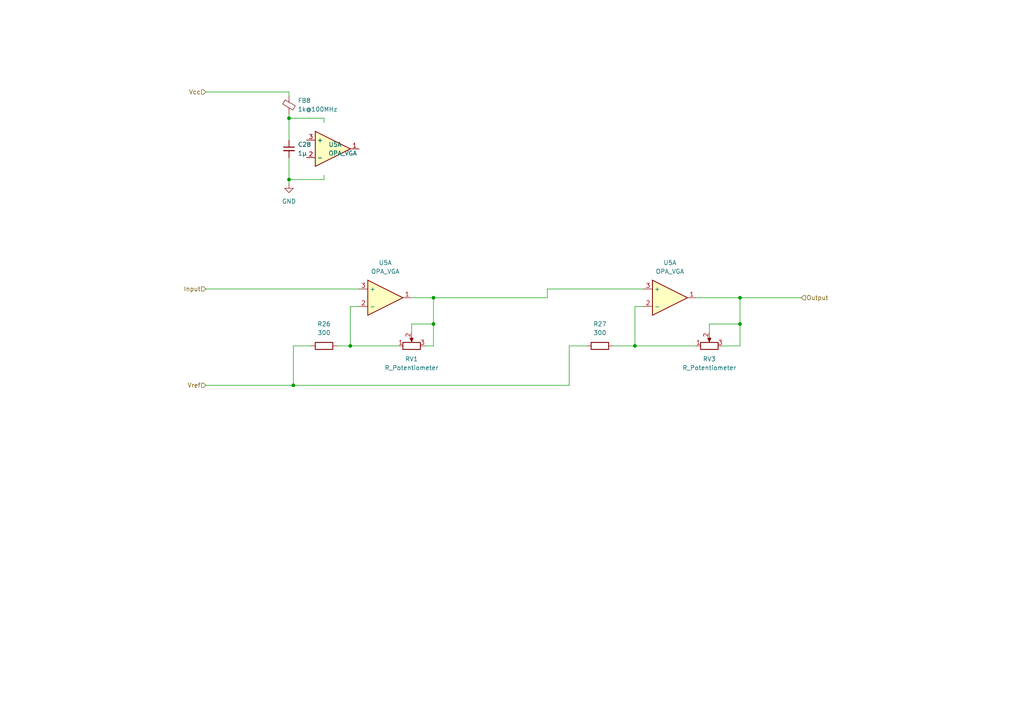
<source format=kicad_sch>
(kicad_sch (version 20211123) (generator eeschema)
  (paper "A4")
  (lib_symbols
    (symbol "Device:C_Small" (pin_numbers hide) (pin_names (offset 0.254) hide)
      (property "Reference" "C" (at 0.254 1.778 0))
      (property "Value" "C_Small" (at 0.254 -2.032 0))
      (symbol "C_Small_0_1"
        (polyline (pts (xy -1.524 -0.508) (xy 1.524 -0.508)) (stroke (width 0.3302)))
        (polyline (pts (xy -1.524 0.508) (xy 1.524 0.508)) (stroke (width 0.3048)))
      )
      (symbol "C_Small_1_1"
        (pin passive line (at 0 2.54 270) (length 2.032) (name "~") (number "1"))
        (pin passive line (at 0 -2.54 90) (length 2.032) (name "~") (number "2"))
      )
    )
    (symbol "Device:FerriteBead_Small" (pin_numbers hide) (pin_names (offset 0))
      (property "Reference" "FB" (at 1.905 1.27 0))
      (property "Value" "FerriteBead_Small" (at 1.905 -1.27 0))
      (symbol "FerriteBead_Small_0_1"
        (polyline (pts (xy 0 -1.27) (xy 0 -0.7874)))
        (polyline (pts (xy 0 0.889) (xy 0 1.2954)))
        (polyline (pts (xy -1.8288 0.2794) (xy -1.1176 1.4986) (xy 1.8288 -0.2032) (xy 1.1176 -1.4224) (xy -1.8288 0.2794)))
      )
      (symbol "FerriteBead_Small_1_1"
        (pin passive line (at 0 2.54 270) (length 1.27) (name "~") (number "1"))
        (pin passive line (at 0 -2.54 90) (length 1.27) (name "~") (number "2"))
      )
    )
    (symbol "Device:Opamp_Dual"
      (property "Reference" "U" (at 0 5.08 0))
      (property "Value" "Opamp_Dual" (at 0 -5.08 0))
      (symbol "Opamp_Dual_1_1"
        (polyline (pts (xy -5.08 5.08) (xy 5.08 0) (xy -5.08 -5.08) (xy -5.08 5.08)) (stroke (width 0.254)) (fill (type background)))
        (pin output line (at 7.62 0 180) (length 2.54) (name "~") (number "1"))
        (pin input line (at -7.62 -2.54 0) (length 2.54) (name "-") (number "2"))
        (pin input line (at -7.62 2.54 0) (length 2.54) (name "+") (number "3"))
      )
      (symbol "Opamp_Dual_2_1"
        (polyline (pts (xy -5.08 5.08) (xy 5.08 0) (xy -5.08 -5.08) (xy -5.08 5.08)) (stroke (width 0.254)) (fill (type background)))
        (pin input line (at -7.62 2.54 0) (length 2.54) (name "+") (number "5"))
        (pin input line (at -7.62 -2.54 0) (length 2.54) (name "-") (number "6"))
        (pin output line (at 7.62 0 180) (length 2.54) (name "~") (number "7"))
      )
      (symbol "Opamp_Dual_3_1"
        (pin power_in line (at -2.54 -7.62 90) (length 3.81) (name "V-") (number "4"))
        (pin power_in line (at -2.54 7.62 270) (length 3.81) (name "V+") (number "8"))
      )
    )
    (symbol "Device:R" (pin_numbers hide) (pin_names (offset 0))
      (property "Reference" "R" (at 2.032 0 90))
      (property "Value" "R" (at 0 0 90))
      (symbol "R_0_1"
        (rectangle (start -1.016 -2.54) (end 1.016 2.54) (stroke (width 0.254)))
      )
      (symbol "R_1_1"
        (pin passive line (at 0 3.81 270) (length 1.27) (name "~") (number "1"))
        (pin passive line (at 0 -3.81 90) (length 1.27) (name "~") (number "2"))
      )
    )
    (symbol "Device:R_Potentiometer" (pin_names (offset 1.016) hide)
      (property "Reference" "RV" (at -4.445 0 90))
      (property "Value" "R_Potentiometer" (at -2.54 0 90))
      (symbol "R_Potentiometer_0_1"
        (polyline (pts (xy 2.54 0) (xy 1.524 0)))
        (polyline (pts (xy 1.143 0) (xy 2.286 0.508) (xy 2.286 -0.508) (xy 1.143 0)) (fill (type outline)))
        (rectangle (start 1.016 2.54) (end -1.016 -2.54) (stroke (width 0.254)))
      )
      (symbol "R_Potentiometer_1_1"
        (pin passive line (at 0 3.81 270) (length 1.27) (name "1") (number "1"))
        (pin passive line (at 3.81 0 180) (length 1.27) (name "2") (number "2"))
        (pin passive line (at 0 -3.81 90) (length 1.27) (name "3") (number "3"))
      )
    )
    (symbol "power:GND" (power) (pin_names (offset 0))
      (property "Value" "GND" (at 0 -3.81 0))
      (symbol "GND_0_1"
        (polyline (pts (xy 0 0) (xy 0 -1.27) (xy 1.27 -1.27) (xy 0 -2.54) (xy -1.27 -1.27) (xy 0 -1.27)))
      )
      (symbol "GND_1_1"
        (pin power_in line (at 0 0 270) (length 0) hide (name "GND") (number "1"))
      )
    )
  )
  (junction (at 85.09 111.76))
  (junction (at 125.73 86.36))
  (junction (at 214.63 86.36))
  (junction (at 184.15 100.33))
  (junction (at 214.63 93.98))
  (junction (at 125.73 93.98))
  (junction (at 83.82 34.29))
  (junction (at 101.6 100.33))
  (junction (at 83.82 52.07))
  (wire (pts (xy 83.82 26.67) (xy 83.82 27.94)))
  (wire (pts (xy 83.82 45.72) (xy 83.82 52.07)))
  (wire (pts (xy 125.73 86.36) (xy 158.75 86.36)))
  (wire (pts (xy 85.09 111.76) (xy 165.1 111.76)))
  (wire (pts (xy 214.63 93.98) (xy 214.63 86.36)))
  (wire (pts (xy 186.69 83.82) (xy 158.75 83.82)))
  (wire (pts (xy 59.69 83.82) (xy 104.14 83.82)))
  (wire (pts (xy 123.19 100.33) (xy 125.73 100.33)))
  (wire (pts (xy 184.15 100.33) (xy 184.15 88.9)))
  (wire (pts (xy 184.15 88.9) (xy 186.69 88.9)))
  (wire (pts (xy 158.75 83.82) (xy 158.75 86.36)))
  (wire (pts (xy 85.09 100.33) (xy 85.09 111.76)))
  (wire (pts (xy 177.8 100.33) (xy 184.15 100.33)))
  (wire (pts (xy 184.15 100.33) (xy 201.93 100.33)))
  (wire (pts (xy 119.38 93.98) (xy 125.73 93.98)))
  (wire (pts (xy 59.69 111.76) (xy 85.09 111.76)))
  (wire (pts (xy 119.38 96.52) (xy 119.38 93.98)))
  (wire (pts (xy 93.98 34.29) (xy 93.98 35.56)))
  (wire (pts (xy 93.98 50.8) (xy 93.98 52.07)))
  (wire (pts (xy 83.82 40.64) (xy 83.82 34.29)))
  (wire (pts (xy 165.1 100.33) (xy 170.18 100.33)))
  (wire (pts (xy 125.73 100.33) (xy 125.73 93.98)))
  (wire (pts (xy 205.74 93.98) (xy 214.63 93.98)))
  (wire (pts (xy 101.6 100.33) (xy 101.6 88.9)))
  (wire (pts (xy 59.69 26.67) (xy 83.82 26.67)))
  (wire (pts (xy 90.17 100.33) (xy 85.09 100.33)))
  (wire (pts (xy 205.74 96.52) (xy 205.74 93.98)))
  (wire (pts (xy 201.93 86.36) (xy 214.63 86.36)))
  (wire (pts (xy 214.63 100.33) (xy 214.63 93.98)))
  (wire (pts (xy 83.82 33.02) (xy 83.82 34.29)))
  (wire (pts (xy 83.82 34.29) (xy 93.98 34.29)))
  (wire (pts (xy 115.57 100.33) (xy 101.6 100.33)))
  (wire (pts (xy 209.55 100.33) (xy 214.63 100.33)))
  (wire (pts (xy 83.82 52.07) (xy 93.98 52.07)))
  (wire (pts (xy 97.79 100.33) (xy 101.6 100.33)))
  (wire (pts (xy 214.63 86.36) (xy 232.41 86.36)))
  (wire (pts (xy 83.82 52.07) (xy 83.82 53.34)))
  (wire (pts (xy 101.6 88.9) (xy 104.14 88.9)))
  (wire (pts (xy 125.73 93.98) (xy 125.73 86.36)))
  (wire (pts (xy 119.38 86.36) (xy 125.73 86.36)))
  (wire (pts (xy 165.1 111.76) (xy 165.1 100.33)))
  (hierarchical_label "Vref" (shape input) (at 59.69 111.76 180))
  (hierarchical_label "Input" (shape input) (at 59.69 83.82 180))
  (hierarchical_label "Output" (shape input) (at 232.41 86.36 0))
  (hierarchical_label "Vcc" (shape input) (at 59.69 26.67 180))
  (symbol (lib_id "Device:Opamp_Dual") (at 194.31 86.36 0)
    (property "Reference" "U5" (at 194.31 76.2 0))
    (property "Value" "OPA_VGA" (at 194.31 78.74 0))
    (property "Footprint" "Package_SO:SOIC-8_3.9x4.9mm_P1.27mm" (effects hide))
    (property "Manufacture #" "MCP6497T-E/SN" (effects hide))
  )
  (symbol (lib_id "Device:FerriteBead_Small") (at 83.82 30.48 0)
    (property "Reference" "FB8" (at 86.36 29.1718 0) (effects (justify left)))
    (property "Value" "1k@100MHz" (at 86.36 31.7118 0) (effects (justify left)))
    (property "Footprint" "Inductor_SMD:L_1206_3216Metric_Pad1.22x1.90mm_HandSolder" (effects hide))
    (property "Manufacture #" "BLM31KN102SN1L" (effects hide))
  )
  (symbol (lib_id "Device:R_Potentiometer") (at 205.74 100.33 90)
    (property "Reference" "RV3" (at 205.74 104.14 90))
    (property "Value" "R_Potentiometer" (at 205.74 106.68 90))
    (property "Footprint" "Potentiometer_SMD:Potentiometer_Bourns_TC33X_Vertical" (effects hide))
    (property "Manufacture #" "TC33X-2-103E" (effects hide))
  )
  (symbol (lib_id "Device:C_Small") (at 83.82 43.18 0)
    (property "Reference" "C28" (at 86.36 41.9162 0) (effects (justify left)))
    (property "Value" "1µ" (at 86.36 44.4562 0) (effects (justify left)))
    (property "Footprint" "Capacitor_SMD:C_1206_3216Metric_Pad1.33x1.80mm_HandSolder" (effects hide))
    (property "Manufacture #" "C1206C105K4RACTU" (effects hide))
  )
  (symbol (lib_id "Device:R") (at 173.99 100.33 90)
    (property "Reference" "R27" (at 173.99 93.98 90))
    (property "Value" "300" (at 173.99 96.52 90))
    (property "Footprint" "Resistor_SMD:R_1206_3216Metric_Pad1.30x1.75mm_HandSolder" (effects hide))
    (property "Manufacture #" "CR1206-FX-3000ELF" (effects hide))
  )
  (symbol (lib_id "power:GND") (at 83.82 53.34 0)
    (property "Reference" "#PWR0121" (effects hide))
    (property "Value" "GND" (at 83.82 58.42 0))
  )
  (symbol (lib_id "Device:Opamp_Dual") (at 111.76 86.36 0)
    (property "Reference" "U5" (at 111.76 76.2 0))
    (property "Value" "OPA_VGA" (at 111.76 78.74 0))
    (property "Footprint" "Package_SO:SOIC-8_3.9x4.9mm_P1.27mm" (effects hide))
    (property "Manufacture #" "MCP6497T-E/SN" (effects hide))
  )
  (symbol (lib_id "Device:Opamp_Dual") (at 96.52 43.18 0)
    (property "Reference" "U5" (at 95.25 41.9099 0) (effects (justify left)))
    (property "Value" "OPA_VGA" (at 95.25 44.4499 0) (effects (justify left)))
    (property "Footprint" "Package_SO:SOIC-8_3.9x4.9mm_P1.27mm" (effects hide))
    (property "Manufacture #" "MCP6497T-E/SN" (effects hide))
  )
  (symbol (lib_id "Device:R_Potentiometer") (at 119.38 100.33 90)
    (property "Reference" "RV1" (at 119.38 104.14 90))
    (property "Value" "R_Potentiometer" (at 119.38 106.68 90))
    (property "Footprint" "Potentiometer_SMD:Potentiometer_Bourns_TC33X_Vertical" (effects hide))
    (property "Manufacture #" "TC33X-2-103E" (effects hide))
  )
  (symbol (lib_id "Device:R") (at 93.98 100.33 90)
    (property "Reference" "R26" (at 93.98 93.98 90))
    (property "Value" "300" (at 93.98 96.52 90))
    (property "Footprint" "Resistor_SMD:R_1206_3216Metric_Pad1.30x1.75mm_HandSolder" (effects hide))
    (property "Manufacture #" "CR1206-FX-3000ELF" (effects hide))
  )
)
</source>
